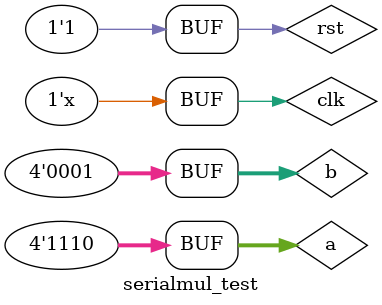
<source format=v>
`timescale 1ns / 1ps


module serialmul_test;

	// Inputs
	reg clk;
	reg rst;
	reg [3:0] a;
	reg [3:0] b;

	// Outputs
	wire [7:0] P;

	// Instantiate the Unit Under Test (UUT)
	serialmul uut (
		.clk(clk), 
		.rst(rst), 
		.a(a), 
		.b(b), 
		.P(P)
	);

always 	#5 clk = ~clk;
//initial #480 $finish;
	initial begin
		// Initialize Inputs
		clk=0;
		rst = 0;
		a =0;
		b= 0;
		#6;
		rst =1;
		#57;
		repeat(15) begin
		repeat(15) begin
		rst = 0;
		if(b==15)
		begin
		a = a+1;
		end
		b = b+4'b0001;
		#6;
		rst = 1;
		#54;
		end
		end
	end
      
endmodule


</source>
